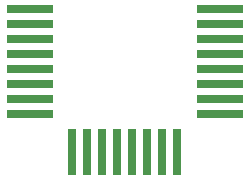
<source format=gbr>
%TF.GenerationSoftware,KiCad,Pcbnew,5.1.9-73d0e3b20d~88~ubuntu20.04.1*%
%TF.CreationDate,2021-04-17T15:00:08+02:00*%
%TF.ProjectId,e18sock,65313873-6f63-46b2-9e6b-696361645f70,rev?*%
%TF.SameCoordinates,Original*%
%TF.FileFunction,Paste,Top*%
%TF.FilePolarity,Positive*%
%FSLAX46Y46*%
G04 Gerber Fmt 4.6, Leading zero omitted, Abs format (unit mm)*
G04 Created by KiCad (PCBNEW 5.1.9-73d0e3b20d~88~ubuntu20.04.1) date 2021-04-17 15:00:08*
%MOMM*%
%LPD*%
G01*
G04 APERTURE LIST*
%ADD10R,4.000000X0.700000*%
%ADD11R,0.700000X4.000000*%
G04 APERTURE END LIST*
D10*
%TO.C,E-18-MS1-PCB*%
X122760000Y-48610000D03*
X122760000Y-47340000D03*
X122760000Y-46070000D03*
X122760000Y-44800000D03*
X122760000Y-43530000D03*
X122760000Y-42260000D03*
X122760000Y-40990000D03*
X122760000Y-39720000D03*
D11*
X135240000Y-51870000D03*
X133970000Y-51870000D03*
X132700000Y-51870000D03*
X131430000Y-51870000D03*
X130160000Y-51870000D03*
X128890000Y-51870000D03*
X127620000Y-51870000D03*
X126350000Y-51870000D03*
D10*
X138860000Y-39720000D03*
X138860000Y-40990000D03*
X138860000Y-42260000D03*
X138860000Y-43530000D03*
X138860000Y-44800000D03*
X138860000Y-46070000D03*
X138860000Y-47340000D03*
X138860000Y-48610000D03*
%TD*%
M02*

</source>
